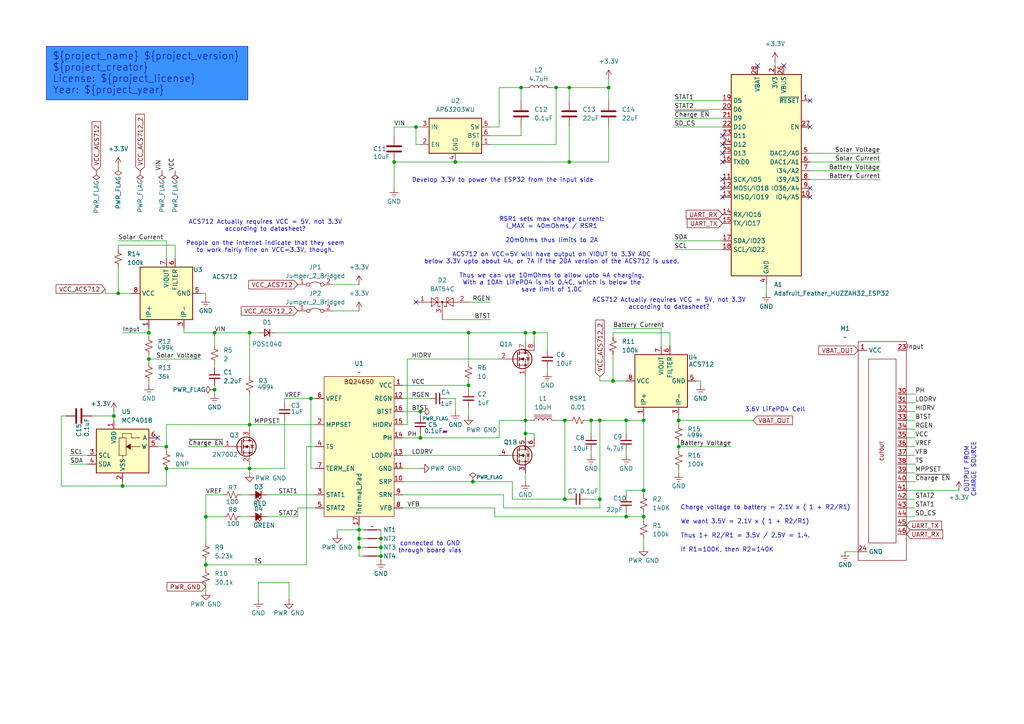
<source format=kicad_sch>
(kicad_sch (version 20250114) (generator "eeschema") (generator_version "9.0")
  (paper "A4")
  (title_block (title "${project_name}") (date "2025-11-10") (rev "${project_version}") (company "${project_creator}") (comment 1 "${project_license}"))
  (rectangle (start 13.462 13.462) (end 71.882 28.956) (fill (type color) (color 58 146 255 1)))
  (text "ACS712 Actually requires VCC = 5V, not 3.3V\naccording to datasheet?" (at 194.056 88.138 0) (effects (font (size 1.27 1.27))))
  (text "ACS712 Actually requires VCC = 5V, not 3.3V\naccording to datasheet?\n\nPeople on the internet indicate that they seem\nto work fairly fine on VCC=3.3V, though." (at 76.962 68.58 0) (effects (font (size 1.27 1.27))))
  (text "3.6V LiFePO4 Cell" (at 224.79 118.872 0) (effects (font (size 1.27 1.27))))
  (text "${project_name} ${project_version}\n${project_creator}\nLicense: ${project_license}\nYear: ${project_year}" (at 15.24 15.24 0) (effects (font (size 2.032 2.032)) (justify left top)))
  (text "OUTPUT FROM\nCHARGE SOURCE" (at 281.432 136.144 90) (effects (font (size 1.27 1.27))))
  (text "Charge voltage to battery = 2.1V x ( 1 + R2/R1)\n\nWe want 3.5V = 2.1V x ( 1 + R2/R1)\n\nThus 1+ R2/R1 = 3.5V / 2.5V = 1.4.\n\nIf R1=100K, then R2=140K" (at 197.358 153.416 0) (effects (font (size 1.27 1.27)) (justify left)))
  (text "RSR1 sets max charge current:\nI_MAX = 40mOhms / RSR1\n\n20mOhms thus limits to 2A\n\nACS712 on VCC=5V will have output on VIOUT to 3.3V ADC\nbelow 3.3V upto about 4A, or 7A if the 20A version of the ACS712 is used.\n\nThus we can use 10mOhms to allow upto 4A charging.\nWith a 10Ah LiFePO4 is his 0.4C, which is below the\nsave limit of 1.0C" (at 160.02 73.914 0) (effects (font (size 1.27 1.27))))
  (text "connected to GND\nthrough board vias" (at 124.714 158.75 0) (effects (font (size 1.27 1.27))))
  (text "Develop 3.3V to power the ESP32 from the input side" (at 145.796 52.324 0) (effects (font (size 1.27 1.27))))
  (junction (at 48.26 135.89))
  (junction (at 59.69 149.86))
  (junction (at 171.45 121.92))
  (junction (at 62.23 113.03))
  (junction (at 152.4 96.52))
  (junction (at 186.69 121.92))
  (junction (at 110.49 156.21))
  (junction (at 72.39 135.89))
  (junction (at 104.14 153.67))
  (junction (at 186.69 142.24))
  (junction (at 181.61 121.92))
  (junction (at 72.39 96.52))
  (junction (at 151.13 25.4))
  (junction (at 104.14 156.21))
  (junction (at 173.99 121.92))
  (junction (at 165.1 25.4))
  (junction (at 90.17 115.57))
  (junction (at 181.61 149.86))
  (junction (at 48.26 129.54))
  (junction (at 59.69 163.83))
  (junction (at 135.89 96.52))
  (junction (at 137.16 139.7))
  (junction (at 173.99 144.78))
  (junction (at 177.8 110.49))
  (junction (at 165.1 46.99))
  (junction (at 163.83 144.78))
  (junction (at 43.18 96.52))
  (junction (at 120.65 36.83))
  (junction (at 110.49 158.75))
  (junction (at 135.89 111.76))
  (junction (at 152.4 121.92))
  (junction (at 176.53 25.4))
  (junction (at 43.18 104.14))
  (junction (at 152.4 125.73))
  (junction (at 121.92 119.38))
  (junction (at 132.08 46.99))
  (junction (at 186.69 149.86))
  (junction (at 163.83 121.92))
  (junction (at 33.02 120.65))
  (junction (at 114.3 46.99))
  (junction (at 35.56 140.97))
  (junction (at 121.92 127))
  (junction (at 196.85 129.54))
  (junction (at 104.14 158.75))
  (junction (at 34.29 85.09))
  (junction (at 72.39 123.19))
  (junction (at 110.49 161.29))
  (junction (at 161.29 25.4))
  (junction (at 154.94 96.52))
  (junction (at 196.85 121.92))
  (junction (at 62.23 96.52))
  (no_connect (at 234.95 54.61))
  (no_connect (at 209.55 41.91))
  (no_connect (at 209.55 52.07))
  (no_connect (at 120.65 87.63))
  (no_connect (at 209.55 54.61))
  (no_connect (at 209.55 46.99))
  (no_connect (at 209.55 57.15))
  (no_connect (at 209.55 44.45))
  (no_connect (at 45.72 127))
  (no_connect (at 227.33 19.05))
  (no_connect (at 234.95 36.83))
  (no_connect (at 234.95 57.15))
  (no_connect (at 219.71 19.05))
  (no_connect (at 234.95 29.21))
  (no_connect (at 209.55 39.37))
  (wire (pts (xy 143.51 147.32) (xy 116.84 147.32)))
  (wire (pts (xy 196.85 123.19) (xy 196.85 121.92)))
  (wire (pts (xy 195.58 36.83) (xy 209.55 36.83)))
  (wire (pts (xy 116.84 143.51) (xy 146.05 143.51)))
  (wire (pts (xy 26.67 120.65) (xy 33.02 120.65)))
  (wire (pts (xy 74.93 173.99) (xy 74.93 168.91)))
  (wire (pts (xy 173.99 109.22) (xy 173.99 110.49)))
  (wire (pts (xy 48.26 74.93) (xy 48.26 69.85)))
  (wire (pts (xy 195.58 72.39) (xy 209.55 72.39)))
  (wire (pts (xy 97.79 153.67) (xy 97.79 154.94)))
  (wire (pts (xy 177.8 102.87) (xy 177.8 110.49)))
  (wire (pts (xy 165.1 46.99) (xy 176.53 46.99)))
  (wire (pts (xy 104.14 156.21) (xy 105.41 156.21)))
  (wire (pts (xy 165.1 46.99) (xy 165.1 36.83)))
  (wire (pts (xy 62.23 96.52) (xy 72.39 96.52)))
  (wire (pts (xy 43.18 104.14) (xy 58.42 104.14)))
  (wire (pts (xy 34.29 71.12) (xy 50.8 71.12)))
  (wire (pts (xy 196.85 129.54) (xy 196.85 130.81)))
  (wire (pts (xy 88.9 129.54) (xy 91.44 129.54)))
  (wire (pts (xy 35.56 140.97) (xy 48.26 140.97)))
  (wire (pts (xy 59.69 85.09) (xy 59.69 86.36)))
  (wire (pts (xy 110.49 153.67) (xy 110.49 156.21)))
  (wire (pts (xy 161.29 25.4) (xy 161.29 41.91)))
  (wire (pts (xy 116.84 127) (xy 121.92 127)))
  (wire (pts (xy 43.18 104.14) (xy 43.18 105.41)))
  (wire (pts (xy 45.72 129.54) (xy 48.26 129.54)))
  (wire (pts (xy 265.43 129.54) (xy 262.89 129.54)))
  (wire (pts (xy 196.85 121.92) (xy 218.44 121.92)))
  (wire (pts (xy 33.02 119.38) (xy 33.02 120.65)))
  (wire (pts (xy 34.29 77.47) (xy 34.29 85.09)))
  (wire (pts (xy 176.53 22.86) (xy 176.53 25.4)))
  (wire (pts (xy 265.43 134.62) (xy 262.89 134.62)))
  (wire (pts (xy 96.52 82.55) (xy 104.14 82.55)))
  (wire (pts (xy 110.49 161.29) (xy 110.49 162.56)))
  (wire (pts (xy 196.85 129.54) (xy 212.09 129.54)))
  (wire (pts (xy 154.94 127) (xy 154.94 125.73)))
  (wire (pts (xy 161.29 25.4) (xy 165.1 25.4)))
  (wire (pts (xy 234.95 46.99) (xy 255.27 46.99)))
  (wire (pts (xy 104.14 158.75) (xy 105.41 158.75)))
  (wire (pts (xy 158.75 107.95) (xy 158.75 106.68)))
  (wire (pts (xy 43.18 111.76) (xy 43.18 110.49)))
  (wire (pts (xy 77.47 143.51) (xy 91.44 143.51)))
  (wire (pts (xy 161.29 25.4) (xy 160.02 25.4)))
  (wire (pts (xy 114.3 46.99) (xy 114.3 54.61)))
  (wire (pts (xy 144.78 25.4) (xy 144.78 36.83)))
  (wire (pts (xy 17.78 120.65) (xy 17.78 140.97)))
  (wire (pts (xy 152.4 96.52) (xy 152.4 99.06)))
  (wire (pts (xy 120.65 41.91) (xy 120.65 36.83)))
  (wire (pts (xy 38.1 85.09) (xy 34.29 85.09)))
  (wire (pts (xy 116.84 115.57) (xy 124.46 115.57)))
  (wire (pts (xy 110.49 158.75) (xy 110.49 161.29)))
  (wire (pts (xy 177.8 96.52) (xy 194.31 96.52)))
  (wire (pts (xy 19.05 120.65) (xy 17.78 120.65)))
  (wire (pts (xy 54.61 129.54) (xy 64.77 129.54)))
  (wire (pts (xy 104.14 161.29) (xy 105.41 161.29)))
  (wire (pts (xy 265.43 144.78) (xy 262.89 144.78)))
  (wire (pts (xy 34.29 72.39) (xy 34.29 71.12)))
  (wire (pts (xy 146.05 147.32) (xy 146.05 143.51)))
  (wire (pts (xy 43.18 96.52) (xy 43.18 95.25)))
  (wire (pts (xy 152.4 25.4) (xy 151.13 25.4)))
  (wire (pts (xy 176.53 25.4) (xy 176.53 29.21)))
  (wire (pts (xy 58.42 85.09) (xy 59.69 85.09)))
  (wire (pts (xy 59.69 163.83) (xy 59.69 162.56)))
  (wire (pts (xy 62.23 106.68) (xy 62.23 105.41)))
  (wire (pts (xy 82.55 115.57) (xy 82.55 116.84)))
  (wire (pts (xy 62.23 114.3) (xy 62.23 113.03)))
  (wire (pts (xy 245.11 160.02) (xy 248.92 160.02)))
  (wire (pts (xy 59.69 143.51) (xy 64.77 143.51)))
  (wire (pts (xy 265.43 124.46) (xy 262.89 124.46)))
  (wire (pts (xy 195.58 69.85) (xy 209.55 69.85)))
  (wire (pts (xy 234.95 49.53) (xy 255.27 49.53)))
  (wire (pts (xy 43.18 102.87) (xy 43.18 104.14)))
  (wire (pts (xy 181.61 121.92) (xy 186.69 121.92)))
  (wire (pts (xy 143.51 149.86) (xy 143.51 147.32)))
  (wire (pts (xy 82.55 121.92) (xy 82.55 135.89)))
  (wire (pts (xy 104.14 152.4) (xy 104.14 153.67)))
  (wire (pts (xy 30.48 85.09) (xy 30.48 83.82)))
  (wire (pts (xy 116.84 119.38) (xy 121.92 119.38)))
  (wire (pts (xy 59.69 165.1) (xy 59.69 163.83)))
  (wire (pts (xy 72.39 123.19) (xy 91.44 123.19)))
  (wire (pts (xy 265.43 137.16) (xy 262.89 137.16)))
  (wire (pts (xy 144.78 121.92) (xy 152.4 121.92)))
  (wire (pts (xy 177.8 95.25) (xy 191.77 95.25)))
  (wire (pts (xy 262.89 142.24) (xy 278.13 142.24)))
  (wire (pts (xy 34.29 69.85) (xy 48.26 69.85)))
  (wire (pts (xy 196.85 128.27) (xy 196.85 129.54)))
  (wire (pts (xy 152.4 121.92) (xy 152.4 125.73)))
  (wire (pts (xy 43.18 97.79) (xy 43.18 96.52)))
  (wire (pts (xy 154.94 96.52) (xy 154.94 99.06)))
  (wire (pts (xy 170.18 144.78) (xy 173.99 144.78)))
  (wire (pts (xy 104.14 153.67) (xy 104.14 156.21)))
  (wire (pts (xy 116.84 111.76) (xy 135.89 111.76)))
  (wire (pts (xy 144.78 127) (xy 144.78 121.92)))
  (wire (pts (xy 158.75 101.6) (xy 158.75 96.52)))
  (wire (pts (xy 265.43 114.3) (xy 262.89 114.3)))
  (wire (pts (xy 104.14 158.75) (xy 104.14 161.29)))
  (wire (pts (xy 137.16 139.7) (xy 148.59 139.7)))
  (wire (pts (xy 195.58 31.75) (xy 209.55 31.75)))
  (wire (pts (xy 72.39 96.52) (xy 72.39 109.22)))
  (wire (pts (xy 20.32 132.08) (xy 25.4 132.08)))
  (wire (pts (xy 165.1 25.4) (xy 165.1 29.21)))
  (wire (pts (xy 121.92 125.73) (xy 121.92 127)))
  (wire (pts (xy 20.32 134.62) (xy 25.4 134.62)))
  (wire (pts (xy 90.17 115.57) (xy 90.17 135.89)))
  (wire (pts (xy 186.69 148.59) (xy 186.69 149.86)))
  (wire (pts (xy 77.47 149.86) (xy 86.36 149.86)))
  (wire (pts (xy 90.17 115.57) (xy 91.44 115.57)))
  (wire (pts (xy 171.45 121.92) (xy 171.45 125.73)))
  (wire (pts (xy 120.65 36.83) (xy 121.92 36.83)))
  (wire (pts (xy 17.78 140.97) (xy 35.56 140.97)))
  (wire (pts (xy 48.26 129.54) (xy 48.26 123.19)))
  (wire (pts (xy 173.99 144.78) (xy 173.99 147.32)))
  (wire (pts (xy 148.59 139.7) (xy 148.59 144.78)))
  (wire (pts (xy 186.69 121.92) (xy 186.69 142.24)))
  (wire (pts (xy 48.26 135.89) (xy 72.39 135.89)))
  (wire (pts (xy 265.43 116.84) (xy 262.89 116.84)))
  (wire (pts (xy 114.3 39.37) (xy 114.3 36.83)))
  (wire (pts (xy 72.39 134.62) (xy 72.39 135.89)))
  (wire (pts (xy 86.36 147.32) (xy 91.44 147.32)))
  (wire (pts (xy 59.69 163.83) (xy 88.9 163.83)))
  (wire (pts (xy 186.69 142.24) (xy 186.69 143.51)))
  (wire (pts (xy 222.25 85.09) (xy 222.25 82.55)))
  (wire (pts (xy 173.99 147.32) (xy 146.05 147.32)))
  (wire (pts (xy 135.89 87.63) (xy 142.24 87.63)))
  (wire (pts (xy 110.49 156.21) (xy 110.49 158.75)))
  (wire (pts (xy 132.08 46.99) (xy 165.1 46.99)))
  (wire (pts (xy 173.99 121.92) (xy 181.61 121.92)))
  (wire (pts (xy 265.43 119.38) (xy 262.89 119.38)))
  (wire (pts (xy 48.26 129.54) (xy 48.26 130.81)))
  (wire (pts (xy 72.39 124.46) (xy 72.39 123.19)))
  (wire (pts (xy 163.83 144.78) (xy 163.83 121.92)))
  (wire (pts (xy 224.79 17.78) (xy 224.79 19.05)))
  (wire (pts (xy 129.54 115.57) (xy 132.08 115.57)))
  (wire (pts (xy 96.52 90.17) (xy 104.14 90.17)))
  (wire (pts (xy 152.4 125.73) (xy 154.94 125.73)))
  (wire (pts (xy 165.1 25.4) (xy 176.53 25.4)))
  (wire (pts (xy 86.36 147.32) (xy 86.36 149.86)))
  (wire (pts (xy 152.4 121.92) (xy 153.67 121.92)))
  (wire (pts (xy 144.78 36.83) (xy 142.24 36.83)))
  (wire (pts (xy 83.82 168.91) (xy 83.82 173.99)))
  (wire (pts (xy 186.69 120.65) (xy 186.69 121.92)))
  (wire (pts (xy 171.45 132.08) (xy 171.45 130.81)))
  (wire (pts (xy 194.31 96.52) (xy 194.31 100.33)))
  (wire (pts (xy 195.58 34.29) (xy 209.55 34.29)))
  (wire (pts (xy 59.69 149.86) (xy 59.69 157.48)))
  (wire (pts (xy 72.39 135.89) (xy 82.55 135.89)))
  (wire (pts (xy 34.29 85.09) (xy 30.48 85.09)))
  (wire (pts (xy 151.13 25.4) (xy 144.78 25.4)))
  (wire (pts (xy 171.45 121.92) (xy 173.99 121.92)))
  (wire (pts (xy 196.85 121.92) (xy 196.85 120.65)))
  (wire (pts (xy 35.56 139.7) (xy 35.56 140.97)))
  (wire (pts (xy 181.61 121.92) (xy 181.61 125.73)))
  (wire (pts (xy 132.08 115.57) (xy 132.08 119.38)))
  (wire (pts (xy 173.99 110.49) (xy 177.8 110.49)))
  (wire (pts (xy 128.27 92.71) (xy 142.24 92.71)))
  (wire (pts (xy 80.01 96.52) (xy 135.89 96.52)))
  (wire (pts (xy 104.14 153.67) (xy 105.41 153.67)))
  (wire (pts (xy 121.92 119.38) (xy 121.92 120.65)))
  (wire (pts (xy 181.61 149.86) (xy 186.69 149.86)))
  (wire (pts (xy 181.61 142.24) (xy 186.69 142.24)))
  (wire (pts (xy 163.83 144.78) (xy 165.1 144.78)))
  (wire (pts (xy 195.58 29.21) (xy 209.55 29.21)))
  (wire (pts (xy 104.14 156.21) (xy 104.14 158.75)))
  (wire (pts (xy 265.43 121.92) (xy 262.89 121.92)))
  (wire (pts (xy 74.93 168.91) (xy 83.82 168.91)))
  (wire (pts (xy 62.23 111.76) (xy 62.23 113.03)))
  (wire (pts (xy 265.43 149.86) (xy 262.89 149.86)))
  (wire (pts (xy 121.92 127) (xy 144.78 127)))
  (wire (pts (xy 59.69 143.51) (xy 59.69 149.86)))
  (wire (pts (xy 170.18 121.92) (xy 171.45 121.92)))
  (wire (pts (xy 176.53 46.99) (xy 176.53 36.83)))
  (wire (pts (xy 203.2 110.49) (xy 203.2 111.76)))
  (wire (pts (xy 135.89 113.03) (xy 135.89 111.76)))
  (wire (pts (xy 177.8 110.49) (xy 181.61 110.49)))
  (wire (pts (xy 35.56 96.52) (xy 43.18 96.52)))
  (wire (pts (xy 148.59 144.78) (xy 163.83 144.78)))
  (wire (pts (xy 181.61 148.59) (xy 181.61 149.86)))
  (wire (pts (xy 234.95 52.07) (xy 255.27 52.07)))
  (wire (pts (xy 152.4 137.16) (xy 152.4 139.7)))
  (wire (pts (xy 191.77 100.33) (xy 191.77 95.25)))
  (wire (pts (xy 59.69 149.86) (xy 64.77 149.86)))
  (wire (pts (xy 151.13 25.4) (xy 151.13 29.21)))
  (wire (pts (xy 90.17 135.89) (xy 91.44 135.89)))
  (wire (pts (xy 265.43 147.32) (xy 262.89 147.32)))
  (wire (pts (xy 151.13 39.37) (xy 151.13 36.83)))
  (wire (pts (xy 177.8 97.79) (xy 177.8 96.52)))
  (wire (pts (xy 135.89 96.52) (xy 135.89 105.41)))
  (wire (pts (xy 186.69 149.86) (xy 186.69 151.13)))
  (wire (pts (xy 143.51 149.86) (xy 181.61 149.86)))
  (wire (pts (xy 116.84 139.7) (xy 137.16 139.7)))
  (wire (pts (xy 173.99 121.92) (xy 173.99 144.78)))
  (wire (pts (xy 114.3 36.83) (xy 120.65 36.83)))
  (wire (pts (xy 135.89 110.49) (xy 135.89 111.76)))
  (wire (pts (xy 142.24 39.37) (xy 151.13 39.37)))
  (wire (pts (xy 82.55 115.57) (xy 90.17 115.57)))
  (wire (pts (xy 165.1 121.92) (xy 163.83 121.92)))
  (wire (pts (xy 116.84 135.89) (xy 121.92 135.89)))
  (wire (pts (xy 142.24 41.91) (xy 161.29 41.91)))
  (wire (pts (xy 50.8 71.12) (xy 50.8 74.93)))
  (wire (pts (xy 48.26 123.19) (xy 72.39 123.19)))
  (wire (pts (xy 163.83 121.92) (xy 161.29 121.92)))
  (wire (pts (xy 265.43 139.7) (xy 262.89 139.7)))
  (wire (pts (xy 181.61 132.08) (xy 181.61 130.81)))
  (wire (pts (xy 53.34 96.52) (xy 62.23 96.52)))
  (wire (pts (xy 196.85 137.16) (xy 196.85 135.89)))
  (wire (pts (xy 234.95 44.45) (xy 255.27 44.45)))
  (wire (pts (xy 181.61 142.24) (xy 181.61 143.51)))
  (wire (pts (xy 265.43 132.08) (xy 262.89 132.08)))
  (wire (pts (xy 201.93 110.49) (xy 203.2 110.49)))
  (wire (pts (xy 116.84 132.08) (xy 144.78 132.08)))
  (wire (pts (xy 121.92 41.91) (xy 120.65 41.91)))
  (wire (pts (xy 186.69 158.75) (xy 186.69 156.21)))
  (wire (pts (xy 114.3 46.99) (xy 132.08 46.99)))
  (wire (pts (xy 118.11 104.14) (xy 118.11 123.19)))
  (wire (pts (xy 53.34 95.25) (xy 53.34 96.52)))
  (wire (pts (xy 97.79 153.67) (xy 104.14 153.67)))
  (wire (pts (xy 33.02 120.65) (xy 33.02 121.92)))
  (wire (pts (xy 152.4 125.73) (xy 152.4 127)))
  (wire (pts (xy 48.26 140.97) (xy 48.26 135.89)))
  (wire (pts (xy 59.69 171.45) (xy 59.69 170.18)))
  (wire (pts (xy 72.39 96.52) (xy 74.93 96.52)))
  (wire (pts (xy 72.39 114.3) (xy 72.39 123.19)))
  (wire (pts (xy 265.43 127) (xy 262.89 127)))
  (wire (pts (xy 135.89 120.65) (xy 135.89 118.11)))
  (wire (pts (xy 69.85 149.86) (xy 72.39 149.86)))
  (wire (pts (xy 88.9 129.54) (xy 88.9 163.83)))
  (wire (pts (xy 118.11 104.14) (xy 144.78 104.14)))
  (wire (pts (xy 135.89 96.52) (xy 152.4 96.52)))
  (wire (pts (xy 62.23 96.52) (xy 62.23 100.33)))
  (wire (pts (xy 152.4 96.52) (xy 154.94 96.52)))
  (wire (pts (xy 118.11 123.19) (xy 116.84 123.19)))
  (wire (pts (xy 154.94 96.52) (xy 158.75 96.52)))
  (wire (pts (xy 152.4 109.22) (xy 152.4 121.92)))
  (wire (pts (xy 72.39 135.89) (xy 72.39 137.16)))
  (wire (pts (xy 69.85 143.51) (xy 72.39 143.51)))
  (label "STAT1" (at 195.58 29.21 0))
  (label "Input" (at 262.89 101.6 0))
  (label "BTST" (at 265.43 121.92 0))
  (label "TS" (at 265.43 134.62 0))
  (label "VCC" (at 265.43 127 0))
  (label "SD_CS" (at 195.58 36.83 0))
  (label "~{Charge EN}" (at 195.58 34.29 0))
  (label "Input" (at 35.56 96.52 0))
  (label "SCL" (at 20.32 132.08 0))
  (label "Battery Voltage" (at 212.09 129.54 180))
  (label "Solar Voltage" (at 58.42 104.14 180))
  (label "~{Charge EN}" (at 54.61 129.54 0))
  (label "LODRV" (at 265.43 116.84 0))
  (label "STAT2" (at 265.43 144.78 0))
  (label "HIDRV" (at 265.43 119.38 0))
  (label "SD_CS" (at 265.43 149.86 0))
  (label "VCC" (at 119.38 111.76 0))
  (label "Solar Voltage" (at 255.27 44.45 180))
  (label "VREF" (at 82.55 115.57 0))
  (label "MPPSET" (at 73.66 123.19 0))
  (label "STAT2" (at 86.36 149.86 180))
  (label "RGEN" (at 265.43 124.46 0))
  (label "VFB" (at 118.11 147.32 0))
  (label "Solar Current" (at 34.29 69.85 0))
  (label "BTST" (at 142.24 92.71 180))
  (label "VFB" (at 265.43 132.08 0))
  (label "VIN" (at 62.23 96.52 0))
  (label "VCC" (at 50.8 49.53 90))
  (label "TS" (at 73.66 163.83 0))
  (label "HIDRV" (at 119.38 104.14 0))
  (label "VIN" (at 114.3 36.83 0))
  (label "Battery Voltage" (at 255.27 49.53 180))
  (label "VREF" (at 59.69 143.51 0))
  (label "Battery Current" (at 255.27 52.07 180))
  (label "VIN" (at 46.99 49.53 90))
  (label "LODRV" (at 119.38 132.08 0))
  (label "SDA" (at 20.32 134.62 0))
  (label "STAT1" (at 86.36 143.51 180))
  (label "~{Charge EN}" (at 265.43 139.7 0))
  (label "RGEN" (at 119.38 115.57 0))
  (label "STAT2" (at 195.58 31.75 0))
  (label "PH" (at 118.11 127 0))
  (label "VREF" (at 265.43 129.54 0))
  (label "MPPSET" (at 265.43 137.16 0))
  (label "PH" (at 265.43 114.3 0))
  (label "SDA" (at 195.58 69.85 0))
  (label "BTST" (at 119.38 119.38 0))
  (label "RGEN" (at 142.24 87.63 180))
  (label "SCL" (at 195.58 72.39 0))
  (label "STAT1" (at 265.43 147.32 0))
  (label "Solar Current" (at 255.27 46.99 180))
  (label "Battery Current" (at 177.8 95.25 0))
  (global_label "UART_TX" (shape input) (at 262.89 152.4 0) (property "Intersheetrefs" "${INTERSHEET_REFS}" (effects (hide yes))))
  (global_label "VCC_ACS712_2" (shape input) (at 173.99 109.22 90) (property "Intersheetrefs" "${INTERSHEET_REFS}" (effects (hide yes))))
  (global_label "VCC_ACS712" (shape input) (at 30.48 83.82 180) (property "Intersheetrefs" "${INTERSHEET_REFS}" (effects (hide yes))))
  (global_label "VCC_ACS712_2" (shape input) (at 86.36 90.17 180) (property "Intersheetrefs" "${INTERSHEET_REFS}" (effects (hide yes))))
  (global_label "PWR_GND" (shape input) (at 59.69 170.18 180) (property "Intersheetrefs" "${INTERSHEET_REFS}" (effects (hide yes))))
  (global_label "VBAT_OUT" (shape input) (at 248.92 101.6 180) (property "Intersheetrefs" "${INTERSHEET_REFS}" (effects (hide yes))))
  (global_label "VBAT_OUT" (shape input) (at 218.44 121.92 0) (property "Intersheetrefs" "${INTERSHEET_REFS}" (effects (hide yes))))
  (global_label "UART_RX" (shape input) (at 262.89 154.94 0) (property "Intersheetrefs" "${INTERSHEET_REFS}" (effects (hide yes))))
  (global_label "VCC_ACS712_2" (shape input) (at 40.64 49.53 90) (property "Intersheetrefs" "${INTERSHEET_REFS}" (effects (hide yes))))
  (global_label "VCC_ACS712" (shape input) (at 27.94 49.53 90) (property "Intersheetrefs" "${INTERSHEET_REFS}" (effects (hide yes))))
  (global_label "UART_RX" (shape input) (at 209.55 62.23 180) (property "Intersheetrefs" "${INTERSHEET_REFS}" (effects (hide yes))))
  (global_label "VCC_ACS712" (shape input) (at 86.36 82.55 180) (property "Intersheetrefs" "${INTERSHEET_REFS}" (effects (hide yes))))
  (global_label "UART_TX" (shape input) (at 209.55 64.77 180) (property "Intersheetrefs" "${INTERSHEET_REFS}" (effects (hide yes))))
  (symbol (lib_id "Device:R_Small_US") (at 196.85 125.73 0) (unit 1)
    (property "Reference" "R15" (at 199.39 124.4599 0) (effects (justify left)))
    (property "Value" "499k" (at 199.136 126.238 0) (effects (justify left)))
    (property "Footprint" "Resistor_SMD:R_0603_1608Metric" (effects (hide yes)))
    (property "Description" "Resistor, small US symbol" (effects (hide yes)))
  )
  (symbol (lib_id "Regulator_Switching:AP63203WU") (at 132.08 39.37 0) (unit 1)
    (property "Reference" "U2" (at 132.08 29.21 0))
    (property "Value" "AP63203WU" (at 132.08 31.75 0))
    (property "Footprint" "Package_TO_SOT_SMD:TSOT-23-6" (effects (hide yes)))
    (property "Datasheet" "https://www.diodes.com/assets/Datasheets/AP63200-AP63201-AP63203-AP63205.pdf" (effects (hide yes)))
  )
  (symbol (lib_id "power:PWR_FLAG") (at 62.23 113.03 90) (unit 1)
    (property "Reference" "#FLG05" (effects (hide yes)))
    (property "Value" "PWR_FLAG" (at 54.864 113.03 90))
    (property "Description" "Special symbol for telling ERC where power comes from" (effects (hide yes)))
  )
  (symbol (lib_id "Device:C_Small") (at 82.55 119.38 0) (unit 1)
    (property "Reference" "C3" (at 84.328 117.602 0) (effects (justify left)))
    (property "Value" "1uF" (at 84.328 119.38 0) (effects (justify left)))
    (property "Footprint" "Capacitor_SMD:C_0603_1608Metric" (effects (hide yes)))
    (property "Description" "Unpolarized capacitor, small symbol" (effects (hide yes)))
  )
  (symbol (lib_id "Device:C_Small") (at 127 115.57 90) (unit 1)
    (property "Reference" "C4" (at 129.286 113.792 90))
    (property "Value" "1uF" (at 129.54 117.094 90))
    (property "Footprint" "Capacitor_SMD:C_0603_1608Metric" (effects (hide yes)))
    (property "Description" "Unpolarized capacitor, small symbol" (effects (hide yes)))
  )
  (symbol (lib_id "power:Earth") (at 196.85 137.16 0) (unit 1)
    (property "Reference" "#PWR024" (effects (hide yes)))
    (property "Value" "GND" (at 196.85 140.97 0))
    (property "Description" "Power symbol creates a global label with name \"Earth\"" (effects (hide yes)))
  )
  (symbol (lib_id "power:PWR_FLAG") (at 121.92 119.38 270) (unit 1)
    (property "Reference" "#FLG08" (effects (hide yes)))
    (property "Value" "PWR_FLAG" (at 126.238 121.412 90) (effects (font (size 1 1))))
    (property "Description" "Special symbol for telling ERC where power comes from" (effects (hide yes)))
  )
  (symbol (lib_id "power:GND") (at 135.89 120.65 0) (unit 1)
    (property "Reference" "#PWR010" (effects (hide yes)))
    (property "Value" "PWR GND" (at 139.7 124.714 0))
    (property "Description" "Power symbol creates a global label with name \"GND\" , ground" (effects (hide yes)))
  )
  (symbol (lib_id "power:Earth") (at 132.08 119.38 0) (unit 1)
    (property "Reference" "#PWR011" (effects (hide yes)))
    (property "Value" "GND" (at 132.08 123.19 0))
    (property "Description" "Power symbol creates a global label with name \"Earth\"" (effects (hide yes)))
  )
  (symbol (lib_id "Device:D_Small") (at 77.47 96.52 180) (unit 1)
    (property "Reference" "D1" (at 77.47 93.472 0))
    (property "Value" "PDS1040" (at 77.47 99.822 0))
    (property "Footprint" "Diode_SMD:D_PowerDI-5" (effects (hide yes)))
    (property "Description" "Diode, small symbol" (effects (hide yes)))
    (property "Sim.Device" "D" (effects (hide yes)))
    (property "Sim.Pins" "1=K 2=A" (effects (hide yes)))
  )
  (symbol (lib_id "Device:R_Small_US") (at 48.26 133.35 0) (unit 1)
    (property "Reference" "R4" (at 50.8 132.0799 0) (effects (justify left)))
    (property "Value" "DNP" (at 50.8 134.6199 0) (effects (justify left)))
    (property "Footprint" "Resistor_SMD:R_0603_1608Metric" (effects (hide yes)))
    (property "Description" "Resistor, small US symbol" (effects (hide yes)))
  )
  (symbol (lib_id "MCU_Module:Adafruit_Feather_HUZZAH32_ESP32") (at 222.25 49.53 0) (unit 1)
    (property "Reference" "A1" (at 224.4441 82.55 0) (effects (justify left)))
    (property "Value" "Adafruit_Feather_HUZZAH32_ESP32" (at 224.4441 85.09 0) (effects (justify left)))
    (property "Footprint" "Module:Adafruit_Feather" (effects (hide yes)))
    (property "Datasheet" "https://cdn-learn.adafruit.com/downloads/pdf/adafruit-huzzah32-esp32-feather.pdf" (effects (hide yes)))
    (property "Description" "Microcontroller module with ESP32 MCU" (effects (hide yes)))
  )
  (symbol (lib_id "Device:LED_Small_Filled") (at 74.93 143.51 180) (unit 1)
    (property "Reference" "D3" (at 73.66 141.224 0) (effects (justify right)))
    (property "Value" "RED" (at 73.406 146.05 0) (effects (justify right)))
    (property "Footprint" "LED_SMD:LED_0603_1608Metric" (effects (hide yes)))
    (property "Description" "Light emitting diode, small symbol, filled shape" (effects (hide yes)))
  )
  (symbol (lib_id "Device:R_Small_US") (at 186.69 146.05 0) (unit 1)
    (property "Reference" "R2" (at 189.23 144.7799 0) (effects (justify left)))
    (property "Value" "140K" (at 189.23 147.3199 0) (effects (justify left)))
    (property "Footprint" "Resistor_SMD:R_0603_1608Metric" (effects (hide yes)))
    (property "Description" "Resistor, small US symbol" (effects (hide yes)))
  )
  (symbol (lib_id "Device:C_Small") (at 181.61 146.05 180) (unit 1)
    (property "Reference" "C10" (at 177.8 144.526 0) (effects (justify right)))
    (property "Value" "22pF" (at 175.768 147.828 0) (effects (justify right)))
    (property "Footprint" "Capacitor_SMD:C_0603_1608Metric" (effects (hide yes)))
    (property "Description" "Unpolarized capacitor, small symbol" (effects (hide yes)))
  )
  (symbol (lib_id "Device:R_Small_US") (at 43.18 107.95 0) (unit 1)
    (property "Reference" "R13" (at 45.72 106.6799 0) (effects (justify left)))
    (property "Value" "36k" (at 45.72 109.2199 0) (effects (justify left)))
    (property "Footprint" "Resistor_SMD:R_0603_1608Metric" (effects (hide yes)))
    (property "Description" "Resistor, small US symbol" (effects (hide yes)))
  )
  (symbol (lib_id "power:+3.3V") (at 278.13 142.24 0) (unit 1)
    (property "Reference" "#PWR018" (effects (hide yes)))
    (property "Value" "+3.3V" (at 278.13 144.272 0))
    (property "Description" "Power symbol creates a global label with name \"+3.3V\"" (effects (hide yes)))
  )
  (symbol (lib_id "power:+3.3V") (at 104.14 82.55 0) (unit 1)
    (property "Reference" "#PWR04" (effects (hide yes)))
    (property "Value" "+3.3V" (at 104.14 77.47 0))
    (property "Description" "Power symbol creates a global label with name \"+3.3V\"" (effects (hide yes)))
  )
  (symbol (lib_id "Sensor_Current:ACS712xLCTR-05B") (at 191.77 110.49 90) (unit 1)
    (property "Reference" "U4" (at 200.914 103.632 90))
    (property "Value" "ACS712" (at 203.454 105.664 90))
    (property "Footprint" "Package_SO:SOIC-8_3.9x4.9mm_P1.27mm" (effects (hide yes)))
    (property "Datasheet" "http://www.allegromicro.com/~/media/Files/Datasheets/ACS712-Datasheet.ashx?la=en" (effects (hide yes)))
    (property "Description" "±5A Bidirectional Hall-Effect Current Sensor, +5.0V supply, 185mV/A, SOIC-8" (effects (hide yes)))
  )
  (symbol (lib_id "power:+3.3V") (at 104.14 90.17 0) (unit 1)
    (property "Reference" "#PWR016" (effects (hide yes)))
    (property "Value" "+3.3V" (at 104.14 85.09 0))
    (property "Description" "Power symbol creates a global label with name \"+3.3V\"" (effects (hide yes)))
  )
  (symbol (lib_id "power:PWR_FLAG") (at 40.64 49.53 180) (unit 1)
    (property "Reference" "#FLG03" (effects (hide yes)))
    (property "Value" "PWR_FLAG" (at 40.64 56.896 90))
    (property "Description" "Special symbol for telling ERC where power comes from" (effects (hide yes)))
  )
  (symbol (lib_id "power:+3.3V") (at 224.79 17.78 0) (unit 1)
    (property "Reference" "#PWR021" (effects (hide yes)))
    (property "Value" "+3.3V" (at 224.79 12.7 0))
    (property "Description" "Power symbol creates a global label with name \"+3.3V\"" (effects (hide yes)))
  )
  (symbol (lib_id "Device:C_Small") (at 167.64 144.78 90) (unit 1)
    (property "Reference" "C7" (at 164.592 142.494 90) (effects (justify right)))
    (property "Value" "0.1uF" (at 168.148 142.494 90) (effects (justify right)))
    (property "Footprint" "Capacitor_SMD:C_0603_1608Metric" (effects (hide yes)))
    (property "Description" "Unpolarized capacitor, small symbol" (effects (hide yes)))
  )
  (symbol (lib_id "Transistor_FET:2N7002") (at 69.85 129.54 0) (unit 1)
    (property "Reference" "Q3" (at 66.548 126.238 0) (effects (justify left)))
    (property "Value" "2N7002" (at 61.468 131.826 0) (effects (justify left)))
    (property "Footprint" "Package_TO_SOT_SMD:SOT-23" (effects (hide yes)))
    (property "Datasheet" "https://www.onsemi.com/pub/Collateral/NDS7002A-D.PDF" (effects (hide yes)))
    (property "Description" "0.115A Id, 60V Vds, N-Channel MOSFET, SOT-23" (effects (hide yes)))
  )
  (symbol (lib_id "power:+3.3V") (at 176.53 22.86 0) (unit 1)
    (property "Reference" "#PWR019" (effects (hide yes)))
    (property "Value" "+3.3V" (at 176.53 17.78 0))
    (property "Description" "Power symbol creates a global label with name \"+3.3V\"" (effects (hide yes)))
  )
  (symbol (lib_id "Device:R_Small_US") (at 67.31 149.86 90) (unit 1)
    (property "Reference" "R8" (at 68.834 147.828 90) (effects (justify left)))
    (property "Value" "100" (at 69.596 151.892 90) (effects (justify left)))
    (property "Footprint" "Resistor_SMD:R_0603_1608Metric" (effects (hide yes)))
    (property "Description" "Resistor, small US symbol" (effects (hide yes)))
  )
  (symbol (lib_id "Device:R_Small_US") (at 34.29 74.93 0) (unit 1)
    (property "Reference" "R14" (at 36.83 73.6599 0) (effects (justify left)))
    (property "Value" "100k" (at 36.83 76.1999 0) (effects (justify left)))
    (property "Footprint" "Resistor_SMD:R_0603_1608Metric" (effects (hide yes)))
    (property "Description" "Resistor, small US symbol" (effects (hide yes)))
  )
  (symbol (lib_id "power:Earth") (at 245.11 160.02 0) (unit 1)
    (property "Reference" "#PWR07" (effects (hide yes)))
    (property "Value" "GND" (at 245.11 163.83 0))
    (property "Description" "Power symbol creates a global label with name \"Earth\"" (effects (hide yes)))
  )
  (symbol (lib_id "Device:C_Small") (at 158.75 104.14 180) (unit 1)
    (property "Reference" "C6" (at 161.29 102.8635 0) (effects (justify right)))
    (property "Value" "10uF" (at 161.29 105.4035 0) (effects (justify right)))
    (property "Footprint" "Capacitor_SMD:C_1206_3216Metric" (effects (hide yes)))
    (property "Description" "Unpolarized capacitor, small symbol" (effects (hide yes)))
  )
  (symbol (lib_id "Device:C_Small") (at 135.89 115.57 0) (unit 1)
    (property "Reference" "C2" (at 138.43 114.3062 0) (effects (justify left)))
    (property "Value" "1uF" (at 138.43 116.8462 0) (effects (justify left)))
    (property "Footprint" "Capacitor_SMD:C_0603_1608Metric" (effects (hide yes)))
    (property "Description" "Unpolarized capacitor, small symbol" (effects (hide yes)))
  )
  (symbol (lib_id "power:Earth") (at 114.3 54.61 0) (unit 1)
    (property "Reference" "#PWR023" (effects (hide yes)))
    (property "Value" "GND" (at 114.3 58.42 0))
    (property "Description" "Power symbol creates a global label with name \"Earth\"" (effects (hide yes)))
  )
  (symbol (lib_id "Device:LED_Small_Filled") (at 74.93 149.86 180) (unit 1)
    (property "Reference" "D4" (at 73.66 147.574 0) (effects (justify right)))
    (property "Value" "GREEN" (at 73.406 152.4 0) (effects (justify right)))
    (property "Footprint" "LED_SMD:LED_0603_1608Metric" (effects (hide yes)))
    (property "Description" "Light emitting diode, small symbol, filled shape" (effects (hide yes)))
  )
  (symbol (lib_id "Jumper:Jumper_2_Bridged") (at 91.44 82.55 0) (unit 1)
    (property "Reference" "JP1" (at 91.44 77.47 0))
    (property "Value" "Jumper_2_Bridged" (at 91.44 80.01 0))
    (property "Footprint" "Jumper:SolderJumper-2_P1.3mm_Bridged_RoundedPad1.0x1.5mm" (effects (hide yes)))
    (property "Description" "Jumper, 2-pole, closed/bridged" (effects (hide yes)))
  )
  (symbol (lib_id "Device:R_Small_US") (at 59.69 167.64 0) (unit 1)
    (property "Reference" "R10" (at 62.23 166.3699 0) (effects (justify left)))
    (property "Value" "30.1k" (at 62.23 168.9099 0) (effects (justify left)))
    (property "Footprint" "Resistor_SMD:R_0603_1608Metric" (effects (hide yes)))
    (property "Description" "Resistor, small US symbol" (effects (hide yes)))
  )
  (symbol (lib_id "power:GND") (at 83.82 173.99 0) (unit 1)
    (property "Reference" "#PWR026" (effects (hide yes)))
    (property "Value" "PWR GND" (at 83.82 177.8 0))
    (property "Description" "Power symbol creates a global label with name \"GND\" , ground" (effects (hide yes)))
  )
  (symbol (lib_id "Device:R_Small_US") (at 196.85 133.35 0) (unit 1)
    (property "Reference" "R16" (at 199.39 132.0799 0) (effects (justify left)))
    (property "Value" "100k" (at 199.39 134.6199 0) (effects (justify left)))
    (property "Footprint" "Resistor_SMD:R_0603_1608Metric" (effects (hide yes)))
    (property "Description" "Resistor, small US symbol" (effects (hide yes)))
  )
  (symbol (lib_id "Device:C_Small") (at 171.45 128.27 180) (unit 1)
    (property "Reference" "C8" (at 166.878 127 0) (effects (justify right)))
    (property "Value" "10uF" (at 166.116 130.048 0) (effects (justify right)))
    (property "Footprint" "Capacitor_SMD:C_1206_3216Metric" (effects (hide yes)))
    (property "Description" "Unpolarized capacitor, small symbol" (effects (hide yes)))
  )
  (symbol (lib_id "MegaCastle:MegaCastle2x24-I40.0x56.2-M80000307FFFC") (at 255.27 130.81 0) (unit 1)
    (property "Reference" "M1" (at 245.11 95.25 0))
    (property "Value" "~" (at 245.11 97.79 0))
    (property "Footprint" "MegaCastle:MegaCastle2x24-Module-I40.0x56.2-M80000307FFFC-SPAREPAD" (effects (hide yes)))
    (property "Description" "Generated using footprint-gen ../ 40.0 60 46 M80000307FFFC" (effects (hide yes)))
  )
  (symbol (lib_id "power:Earth") (at 59.69 86.36 0) (unit 1)
    (property "Reference" "#PWR020" (effects (hide yes)))
    (property "Value" "GND" (at 59.69 90.17 0))
    (property "Description" "Power symbol creates a global label with name \"Earth\"" (effects (hide yes)))
  )
  (symbol (lib_id "power:PWR_FLAG") (at 27.94 49.53 180) (unit 1)
    (property "Reference" "#FLG01" (effects (hide yes)))
    (property "Value" "PWR_FLAG" (at 27.94 57.15 90))
    (property "Description" "Special symbol for telling ERC where power comes from" (effects (hide yes)))
  )
  (symbol (lib_id "Device:C") (at 165.1 33.02 0) (unit 1)
    (property "Reference" "C13" (at 168.91 31.7499 0) (effects (justify left)))
    (property "Value" "22uF" (at 168.91 34.2899 0) (effects (justify left)))
    (property "Footprint" "Capacitor_SMD:C_0603_1608Metric" (effects (hide yes)))
  )
  (symbol (lib_id "Device:C_Small") (at 181.61 128.27 180) (unit 1)
    (property "Reference" "C9" (at 177.8 126.746 0) (effects (justify right)))
    (property "Value" "4.7uF" (at 175.768 130.048 0) (effects (justify right)))
    (property "Footprint" "Capacitor_SMD:C_0805_2012Metric" (effects (hide yes)))
    (property "Description" "Unpolarized capacitor, small symbol" (effects (hide yes)))
  )
  (symbol (lib_id "Device:C_Small") (at 62.23 109.22 0) (unit 1)
    (property "Reference" "C1" (at 64.77 107.9562 0) (effects (justify left)))
    (property "Value" "2.2uF" (at 64.77 110.4962 0) (effects (justify left)))
    (property "Footprint" "Capacitor_SMD:C_1210_3225Metric" (effects (hide yes)))
    (property "Description" "Unpolarized capacitor, small symbol" (effects (hide yes)))
  )
  (symbol (lib_id "Device:Q_Dual_NMOS_S1G1S2G2D2D2D1D1") (at 149.86 104.14 0) (unit 1)
    (property "Reference" "Q1" (at 144.78 99.822 0) (effects (justify left)))
    (property "Value" "SI7272DP" (effects (hide yes)))
    (property "Footprint" "Package_SO:PowerPAK_SO-8_Dual" (effects (hide yes)))
    (property "Description" "Dual NMOS transistor, 8 pin package" (effects (hide yes)))
  )
  (symbol (lib_id "power:+3.3V") (at 34.29 48.26 0) (unit 1)
    (property "Reference" "#PWR029" (effects (hide yes)))
    (property "Value" "+3.3V" (at 34.29 43.18 0))
    (property "Description" "Power symbol creates a global label with name \"+3.3V\"" (effects (hide yes)))
  )
  (symbol (lib_id "power:PWR_FLAG") (at 137.16 139.7 0) (unit 1)
    (property "Reference" "#FLG09" (effects (hide yes)))
    (property "Value" "PWR_FLAG" (at 141.986 138.43 0) (effects (font (size 1 1))))
    (property "Description" "Special symbol for telling ERC where power comes from" (effects (hide yes)))
  )
  (symbol (lib_id "Sensor_Current:ACS712xLCTR-05B") (at 48.26 85.09 90) (unit 1)
    (property "Reference" "U3" (at 57.404 78.232 90))
    (property "Value" "ACS712" (at 65.278 80.264 90))
    (property "Footprint" "Package_SO:SOIC-8_3.9x4.9mm_P1.27mm" (effects (hide yes)))
    (property "Datasheet" "http://www.allegromicro.com/~/media/Files/Datasheets/ACS712-Datasheet.ashx?la=en" (effects (hide yes)))
    (property "Description" "±5A Bidirectional Hall-Effect Current Sensor, +5.0V supply, 185mV/A, SOIC-8" (effects (hide yes)))
  )
  (symbol (lib_id "Device:C_Small") (at 121.92 123.19 180) (unit 1)
    (property "Reference" "C5" (at 125.476 123.19 0))
    (property "Value" "0.1uF" (at 125.73 124.968 0))
    (property "Footprint" "Capacitor_SMD:C_0603_1608Metric" (effects (hide yes)))
    (property "Description" "Unpolarized capacitor, small symbol" (effects (hide yes)))
    (property "Voltage Rating" "35V" (at 129.032 125.222 0) (effects (font (size 0.508 0.508))))
  )
  (symbol (lib_id "power:PWR_FLAG") (at 34.29 48.26 180) (unit 1)
    (property "Reference" "#FLG02" (effects (hide yes)))
    (property "Value" "PWR_FLAG" (at 34.29 55.88 90))
    (property "Description" "Special symbol for telling ERC where power comes from" (effects (hide yes)))
  )
  (symbol (lib_id "Device:Q_Dual_NMOS_S1G1S2G2D2D2D1D1") (at 149.86 132.08 0) (unit 2)
    (property "Reference" "Q1" (at 146.05 128.27 0) (effects (justify left)))
    (property "Value" "SI7272DP" (effects (hide yes)))
    (property "Footprint" "Package_SO:PowerPAK_SO-8_Dual" (effects (hide yes)))
    (property "Description" "Dual NMOS transistor, 8 pin package" (effects (hide yes)))
  )
  (symbol (lib_id "Device:R_Small_US") (at 67.31 143.51 90) (unit 1)
    (property "Reference" "R7" (at 68.834 141.478 90) (effects (justify left)))
    (property "Value" "100" (at 69.342 145.542 90) (effects (justify left)))
    (property "Footprint" "Resistor_SMD:R_0603_1608Metric" (effects (hide yes)))
    (property "Description" "Resistor, small US symbol" (effects (hide yes)))
  )
  (symbol (lib_id "Device:L_Iron") (at 157.48 121.92 90) (unit 1)
    (property "Reference" "L1" (at 157.48 115.57 90))
    (property "Value" "10uH" (at 157.48 118.11 90))
    (property "Footprint" "MPPT Charge Controller Footprint Library:L_Vishay_6.9x6.5" (effects (hide yes)))
    (property "Description" "Inductor with iron core" (effects (hide yes)))
  )
  (symbol (lib_id "MPPT Charge Controller Symbol Library:BQ24650") (at 104.14 129.54 0) (unit 1)
    (property "Reference" "U1" (at 104.14 105.41 0))
    (property "Value" "~" (at 104.14 107.95 0))
    (property "Footprint" "MPPT Charge Controller Footprint Library:VQFN-16_EP_3.5x3.5_Pitch0.5mm" (effects (hide yes)))
  )
  (symbol (lib_id "Device:R_Small_US") (at 72.39 111.76 0) (unit 1)
    (property "Reference" "R3" (at 74.93 110.4899 0) (effects (justify left)))
    (property "Value" "499k" (at 74.676 112.268 0) (effects (justify left)))
    (property "Footprint" "Resistor_SMD:R_0603_1608Metric" (effects (hide yes)))
    (property "Description" "Resistor, small US symbol" (effects (hide yes)))
  )
  (symbol (lib_id "power:Earth") (at 62.23 114.3 0) (unit 1)
    (property "Reference" "#PWR01" (effects (hide yes)))
    (property "Value" "GND" (at 62.23 118.11 0))
    (property "Description" "Power symbol creates a global label with name \"Earth\"" (effects (hide yes)))
  )
  (symbol (lib_id "power:Earth") (at 222.25 85.09 0) (unit 1)
    (property "Reference" "#PWR022" (effects (hide yes)))
    (property "Value" "GND" (at 222.25 88.9 0))
    (property "Description" "Power symbol creates a global label with name \"Earth\"" (effects (hide yes)))
  )
  (symbol (lib_id "power:Earth") (at 74.93 173.99 0) (unit 1)
    (property "Reference" "#PWR025" (effects (hide yes)))
    (property "Value" "GND" (at 74.93 177.8 0))
    (property "Description" "Power symbol creates a global label with name \"Earth\"" (effects (hide yes)))
  )
  (symbol (lib_id "Device:C") (at 114.3 43.18 180) (unit 1)
    (property "Reference" "C11" (at 108.204 43.18 0) (effects (justify right)))
    (property "Value" "10uF" (at 108.204 45.466 0) (effects (justify right)))
    (property "Footprint" "Capacitor_SMD:C_0603_1608Metric" (effects (hide yes)))
  )
  (symbol (lib_id "power:Earth") (at 203.2 111.76 0) (unit 1)
    (property "Reference" "#PWR09" (effects (hide yes)))
    (property "Value" "GND" (at 203.2 115.57 0))
    (property "Description" "Power symbol creates a global label with name \"Earth\"" (effects (hide yes)))
  )
  (symbol (lib_id "Jumper:Jumper_2_Bridged") (at 91.44 90.17 0) (unit 1)
    (property "Reference" "JP2" (at 91.44 85.09 0))
    (property "Value" "Jumper_2_Bridged" (at 91.44 87.63 0))
    (property "Footprint" "Jumper:SolderJumper-2_P1.3mm_Bridged_RoundedPad1.0x1.5mm" (effects (hide yes)))
    (property "Description" "Jumper, 2-pole, closed/bridged" (effects (hide yes)))
  )
  (symbol (lib_id "power:Earth") (at 171.45 132.08 0) (unit 1)
    (property "Reference" "#PWR014" (effects (hide yes)))
    (property "Value" "GND" (at 171.45 135.89 0))
    (property "Description" "Power symbol creates a global label with name \"Earth\"" (effects (hide yes)))
  )
  (symbol (lib_id "power:GND") (at 72.39 137.16 0) (unit 1)
    (property "Reference" "#PWR03" (effects (hide yes)))
    (property "Value" "PWR GND" (at 78.486 138.684 0))
    (property "Description" "Power symbol creates a global label with name \"GND\" , ground" (effects (hide yes)))
  )
  (symbol (lib_id "power:GND") (at 97.79 154.94 0) (unit 1)
    (property "Reference" "#PWR02" (effects (hide yes)))
    (property "Value" "PWR GND" (at 97.79 158.75 0))
    (property "Description" "Power symbol creates a global label with name \"GND\" , ground" (effects (hide yes)))
  )
  (symbol (lib_id "power:PWR_FLAG") (at 50.8 49.53 180) (unit 1)
    (property "Reference" "#FLG07" (effects (hide yes)))
    (property "Value" "PWR_FLAG" (at 50.8 56.896 90))
    (property "Description" "Special symbol for telling ERC where power comes from" (effects (hide yes)))
  )
  (symbol (lib_id "power:Earth") (at 152.4 139.7 0) (unit 1)
    (property "Reference" "#PWR012" (effects (hide yes)))
    (property "Value" "GND" (at 152.4 143.51 0))
    (property "Description" "Power symbol creates a global label with name \"Earth\"" (effects (hide yes)))
  )
  (symbol (lib_id "Device:R_Small_US") (at 135.89 107.95 0) (unit 1)
    (property "Reference" "R6" (at 138.43 106.6799 0) (effects (justify left)))
    (property "Value" "10" (at 138.43 109.2199 0) (effects (justify left)))
    (property "Footprint" "Resistor_SMD:R_0603_1608Metric" (effects (hide yes)))
    (property "Description" "Resistor, small US symbol" (effects (hide yes)))
  )
  (symbol (lib_id "Device:R_Small_US") (at 167.64 121.92 270) (unit 1)
    (property "Reference" "RSR1" (at 167.64 115.57 90))
    (property "Value" "0.01" (at 167.64 118.11 90))
    (property "Footprint" "Resistor_SMD:R_1206_3216Metric" (effects (hide yes)))
    (property "Description" "Resistor, small US symbol" (effects (hide yes)))
  )
  (symbol (lib_id "Diode:BAT54C") (at 128.27 87.63 0) (unit 1)
    (property "Reference" "D2" (at 128.27 81.28 0))
    (property "Value" "BAT54C" (at 128.27 83.82 0))
    (property "Footprint" "Package_TO_SOT_SMD:SOT-23" (effects (hide yes)))
    (property "Datasheet" "http://www.diodes.com/_files/datasheets/ds11005.pdf" (effects (hide yes)))
    (property "Description" "dual schottky barrier diode, common cathode" (effects (hide yes)))
  )
  (symbol (lib_id "power:Earth") (at 158.75 107.95 0) (unit 1)
    (property "Reference" "#PWR013" (effects (hide yes)))
    (property "Value" "GND" (at 158.75 111.76 0))
    (property "Description" "Power symbol creates a global label with name \"Earth\"" (effects (hide yes)))
  )
  (symbol (lib_id "Device:NetTie_2") (at 107.95 158.75 0) (unit 1) (in_bom no)
    (property "Reference" "NT3" (at 113.03 158.75 0))
    (property "Footprint" "NetTie:NetTie-2_SMD_Pad0.5mm" (effects (hide yes)))
    (property "Description" "Net tie, 2 pins" (effects (hide yes)))
  )
  (symbol (lib_id "power:GND") (at 59.69 171.45 0) (unit 1)
    (property "Reference" "#PWR08" (effects (hide yes)))
    (property "Value" "PWR GND" (at 59.69 175.26 0))
    (property "Description" "Power symbol creates a global label with name \"GND\" , ground" (effects (hide yes)))
  )
  (symbol (lib_id "power:GND") (at 186.69 158.75 0) (unit 1)
    (property "Reference" "#PWR05" (effects (hide yes)))
    (property "Value" "PWR GND" (at 186.69 162.56 0))
    (property "Description" "Power symbol creates a global label with name \"GND\" , ground" (effects (hide yes)))
  )
  (symbol (lib_id "Device:NetTie_2") (at 107.95 156.21 0) (unit 1) (in_bom no)
    (property "Reference" "NT2" (at 113.03 156.21 0))
    (property "Footprint" "NetTie:NetTie-2_SMD_Pad0.5mm" (effects (hide yes)))
    (property "Description" "Net tie, 2 pins" (effects (hide yes)))
  )
  (symbol (lib_id "power:Earth") (at 110.49 162.56 0) (unit 1)
    (property "Reference" "#PWR06" (effects (hide yes)))
    (property "Value" "GND" (at 110.49 166.37 0))
    (property "Description" "Power symbol creates a global label with name \"Earth\"" (effects (hide yes)))
  )
  (symbol (lib_id "Device:R_Small_US") (at 177.8 100.33 0) (unit 1)
    (property "Reference" "R11" (at 180.34 99.0599 0) (effects (justify left)))
    (property "Value" "100k" (at 180.34 101.5999 0) (effects (justify left)))
    (property "Footprint" "Resistor_SMD:R_0603_1608Metric" (effects (hide yes)))
    (property "Description" "Resistor, small US symbol" (effects (hide yes)))
  )
  (symbol (lib_id "Device:R_Small_US") (at 59.69 160.02 0) (unit 1)
    (property "Reference" "R9" (at 62.23 158.7499 0) (effects (justify left)))
    (property "Value" "5.23k" (at 62.23 161.2899 0) (effects (justify left)))
    (property "Footprint" "Resistor_SMD:R_0603_1608Metric" (effects (hide yes)))
    (property "Description" "Resistor, small US symbol" (effects (hide yes)))
  )
  (symbol (lib_id "power:+3.3V") (at 33.02 119.38 0) (unit 1)
    (property "Reference" "#PWR028" (effects (hide yes)))
    (property "Value" "+3.3V" (at 29.21 117.094 0))
    (property "Description" "Power symbol creates a global label with name \"+3.3V\"" (effects (hide yes)))
  )
  (symbol (lib_id "Device:L") (at 156.21 25.4 90) (unit 1)
    (property "Reference" "L2" (at 156.21 20.32 90))
    (property "Value" "4.7uH" (at 156.21 22.86 90))
    (property "Footprint" "Inductor_SMD:L_Vishay_IFSC-1515AH_4x4x1.8mm" (effects (hide yes)))
    (property "Datasheet" "IFSC1515AHER4R7M01" (effects (hide yes)))
  )
  (symbol (lib_id "power:GND") (at 121.92 135.89 90) (unit 1)
    (property "Reference" "#PWR027" (effects (hide yes)))
    (property "Value" "PWR GND" (at 129.286 135.89 90))
    (property "Description" "Power symbol creates a global label with name \"GND\" , ground" (effects (hide yes)))
  )
  (symbol (lib_id "Device:C") (at 22.86 120.65 270) (unit 1)
    (property "Reference" "C15" (at 22.86 126.746 0) (effects (justify right)))
    (property "Value" "0.1uF" (at 25.146 126.746 0) (effects (justify right)))
    (property "Footprint" "Capacitor_SMD:C_0603_1608Metric" (effects (hide yes)))
  )
  (symbol (lib_id "Device:NetTie_2") (at 107.95 161.29 0) (unit 1) (in_bom no)
    (property "Reference" "NT4" (at 113.03 161.29 0))
    (property "Footprint" "NetTie:NetTie-2_SMD_Pad0.5mm" (effects (hide yes)))
    (property "Description" "Net tie, 2 pins" (effects (hide yes)))
  )
  (symbol (lib_id "Potentiometer_Digital:MCP4018-xxxxLT") (at 35.56 132.08 0) (unit 1)
    (property "Reference" "U5" (at 35.2141 119.38 0) (effects (justify left)))
    (property "Value" "MCP4018" (at 35.2141 121.92 0) (effects (justify left)))
    (property "Footprint" "Package_TO_SOT_SMD:SOT-363_SC-70-6" (effects (hide yes)))
    (property "Datasheet" "http://ww1.microchip.com/downloads/en/DeviceDoc/22147a.pdf" (effects (hide yes)))
    (property "Description" "Low-Cost 128-Step Volatile I2C Digital Potentiometer, SC-70-6" (effects (hide yes)))
  )
  (symbol (lib_id "Device:R_Small_US") (at 62.23 102.87 0) (unit 1)
    (property "Reference" "R5" (at 64.77 101.5999 0) (effects (justify left)))
    (property "Value" "2" (at 64.77 104.1399 0) (effects (justify left)))
    (property "Footprint" "Resistor_SMD:R_2512_6332Metric" (effects (hide yes)))
    (property "Description" "Resistor, small US symbol" (effects (hide yes)))
  )
  (symbol (lib_id "power:Earth") (at 43.18 111.76 0) (unit 1)
    (property "Reference" "#PWR017" (effects (hide yes)))
    (property "Value" "GND" (at 43.18 115.57 0))
    (property "Description" "Power symbol creates a global label with name \"Earth\"" (effects (hide yes)))
  )
  (symbol (lib_id "Device:C") (at 176.53 33.02 0) (unit 1)
    (property "Reference" "C14" (at 180.34 31.7499 0) (effects (justify left)))
    (property "Value" "22uF" (at 180.34 34.2899 0) (effects (justify left)))
    (property "Footprint" "Capacitor_SMD:C_0603_1608Metric" (effects (hide yes)))
  )
  (symbol (lib_id "power:PWR_FLAG") (at 46.99 49.53 180) (unit 1)
    (property "Reference" "#FLG04" (effects (hide yes)))
    (property "Value" "PWR_FLAG" (at 46.99 56.896 90))
    (property "Description" "Special symbol for telling ERC where power comes from" (effects (hide yes)))
  )
  (symbol (lib_id "Device:R_Small_US") (at 186.69 153.67 0) (unit 1)
    (property "Reference" "R1" (at 189.23 152.3999 0) (effects (justify left)))
    (property "Value" "100k" (at 189.23 154.9399 0) (effects (justify left)))
    (property "Footprint" "Resistor_SMD:R_0603_1608Metric" (effects (hide yes)))
    (property "Description" "Resistor, small US symbol" (effects (hide yes)))
  )
  (symbol (lib_id "power:Earth") (at 181.61 132.08 0) (unit 1)
    (property "Reference" "#PWR015" (effects (hide yes)))
    (property "Value" "GND" (at 181.61 135.89 0))
    (property "Description" "Power symbol creates a global label with name \"Earth\"" (effects (hide yes)))
  )
  (symbol (lib_id "Device:R_Small_US") (at 43.18 100.33 0) (unit 1)
    (property "Reference" "R12" (at 45.72 99.0599 0) (effects (justify left)))
    (property "Value" "499k" (at 45.466 100.838 0) (effects (justify left)))
    (property "Footprint" "Resistor_SMD:R_0603_1608Metric" (effects (hide yes)))
    (property "Description" "Resistor, small US symbol" (effects (hide yes)))
  )
  (symbol (lib_id "Device:C") (at 151.13 33.02 0) (unit 1)
    (property "Reference" "C12" (at 154.94 31.7499 0) (effects (justify left)))
    (property "Value" "0.1uF" (at 154.94 34.2899 0) (effects (justify left)))
    (property "Footprint" "Capacitor_SMD:C_0603_1608Metric" (effects (hide yes)))
  )
  (symbol (lib_id "Device:NetTie_2") (at 107.95 153.67 0) (unit 1) (in_bom no)
    (property "Reference" "NT1" (at 113.03 153.67 0))
    (property "Value" "~" (at 107.95 152.654 0))
    (property "Footprint" "NetTie:NetTie-2_SMD_Pad0.5mm" (effects (hide yes)))
    (property "Description" "Net tie, 2 pins" (effects (hide yes)))
  )
)
</source>
